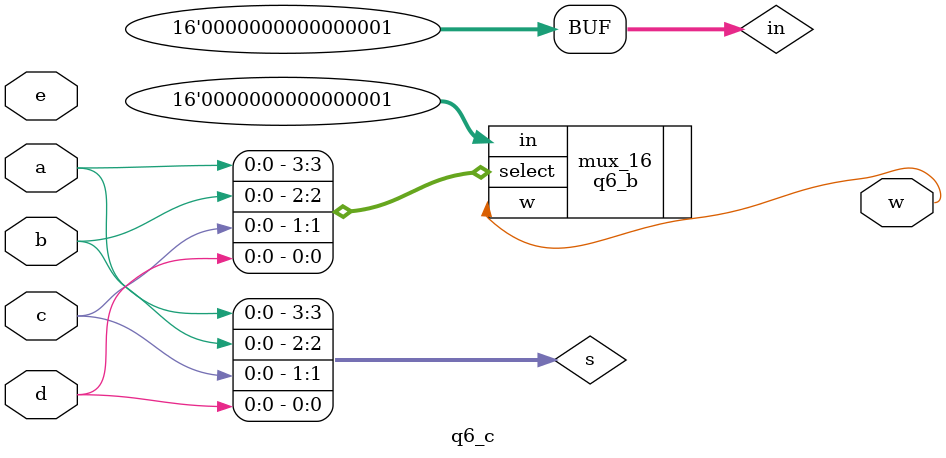
<source format=sv>
`timescale 1ns/1ns

module q6_c (input a,b,c,d,e , output w);
    wire [15:0] in;
    wire [3:0] s;
    assign s = {a,b,c,d};
    assign in = {
        e,
        1'b1,
        e,
        ~e,
        1'b1,
        1'b0,
        1'b0,
        1'b1,
        e,
        ~e,
        e,
        ~e,
        ~e,
        e,
        ~e,
        1
    };
    q6_b mux_16 (.in(in), .select(s), .w(w));
endmodule
</source>
